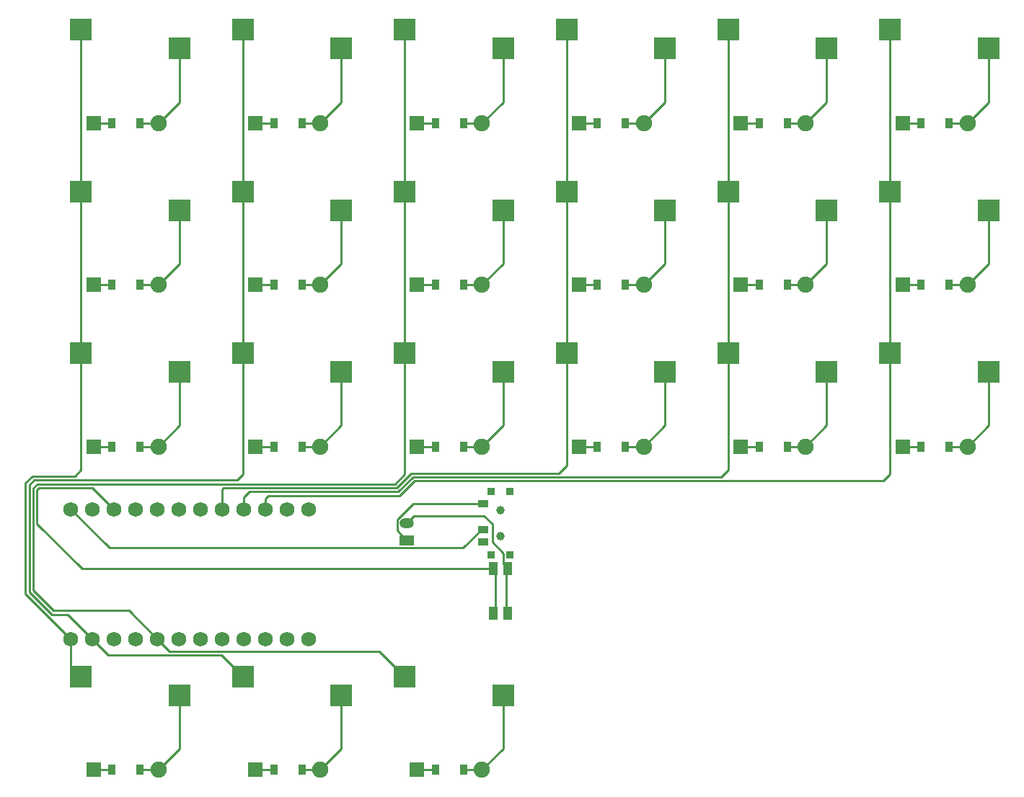
<source format=gbr>
%TF.GenerationSoftware,KiCad,Pcbnew,9.0.4*%
%TF.CreationDate,2025-09-30T09:08:10+02:00*%
%TF.ProjectId,right,72696768-742e-46b6-9963-61645f706362,v1.0.0*%
%TF.SameCoordinates,Original*%
%TF.FileFunction,Copper,L2,Bot*%
%TF.FilePolarity,Positive*%
%FSLAX46Y46*%
G04 Gerber Fmt 4.6, Leading zero omitted, Abs format (unit mm)*
G04 Created by KiCad (PCBNEW 9.0.4) date 2025-09-30 09:08:10*
%MOMM*%
%LPD*%
G01*
G04 APERTURE LIST*
%TA.AperFunction,SMDPad,CuDef*%
%ADD10R,2.600000X2.600000*%
%TD*%
%TA.AperFunction,SMDPad,CuDef*%
%ADD11R,0.900000X1.200000*%
%TD*%
%TA.AperFunction,ComponentPad*%
%ADD12R,1.778000X1.778000*%
%TD*%
%TA.AperFunction,ComponentPad*%
%ADD13C,1.905000*%
%TD*%
%TA.AperFunction,ComponentPad*%
%ADD14C,1.752600*%
%TD*%
%TA.AperFunction,ComponentPad*%
%ADD15R,1.700000X1.200000*%
%TD*%
%TA.AperFunction,ComponentPad*%
%ADD16O,1.700000X1.200000*%
%TD*%
%TA.AperFunction,SMDPad,CuDef*%
%ADD17R,1.000000X1.550000*%
%TD*%
%TA.AperFunction,WasherPad*%
%ADD18C,1.000000*%
%TD*%
%TA.AperFunction,SMDPad,CuDef*%
%ADD19R,1.250000X0.900000*%
%TD*%
%TA.AperFunction,SMDPad,CuDef*%
%ADD20R,0.900000X0.900000*%
%TD*%
%TA.AperFunction,Conductor*%
%ADD21C,0.250000*%
%TD*%
G04 APERTURE END LIST*
D10*
%TO.P,S1,1*%
%TO.N,P006*%
X96725000Y-144050000D03*
%TO.P,S1,2*%
%TO.N,inner_thumb*%
X108275000Y-146250000D03*
%TD*%
%TO.P,S2,1*%
%TO.N,P006*%
X96725000Y-106050000D03*
%TO.P,S2,2*%
%TO.N,inner_bottom*%
X108275000Y-108250000D03*
%TD*%
%TO.P,S3,1*%
%TO.N,P006*%
X96725000Y-87050000D03*
%TO.P,S3,2*%
%TO.N,inner_home*%
X108275000Y-89250000D03*
%TD*%
%TO.P,S4,1*%
%TO.N,P006*%
X96725000Y-68050000D03*
%TO.P,S4,2*%
%TO.N,inner_top*%
X108275000Y-70250000D03*
%TD*%
%TO.P,S5,1*%
%TO.N,P008*%
X115725000Y-144050000D03*
%TO.P,S5,2*%
%TO.N,index_thumb*%
X127275000Y-146250000D03*
%TD*%
%TO.P,S6,1*%
%TO.N,P008*%
X115725000Y-106050000D03*
%TO.P,S6,2*%
%TO.N,index_bottom*%
X127275000Y-108250000D03*
%TD*%
%TO.P,S7,1*%
%TO.N,P008*%
X115725000Y-87050000D03*
%TO.P,S7,2*%
%TO.N,index_home*%
X127275000Y-89250000D03*
%TD*%
%TO.P,S8,1*%
%TO.N,P008*%
X115725000Y-68050000D03*
%TO.P,S8,2*%
%TO.N,index_top*%
X127275000Y-70250000D03*
%TD*%
%TO.P,S9,1*%
%TO.N,P017*%
X134725000Y-144050000D03*
%TO.P,S9,2*%
%TO.N,middle_thumb*%
X146275000Y-146250000D03*
%TD*%
%TO.P,S10,1*%
%TO.N,P017*%
X134725000Y-106050000D03*
%TO.P,S10,2*%
%TO.N,middle_bottom*%
X146275000Y-108250000D03*
%TD*%
%TO.P,S11,1*%
%TO.N,P017*%
X134725000Y-87050000D03*
%TO.P,S11,2*%
%TO.N,middle_home*%
X146275000Y-89250000D03*
%TD*%
%TO.P,S12,1*%
%TO.N,P017*%
X134725000Y-68050000D03*
%TO.P,S12,2*%
%TO.N,middle_top*%
X146275000Y-70250000D03*
%TD*%
%TO.P,S13,1*%
%TO.N,P115*%
X153725000Y-106050000D03*
%TO.P,S13,2*%
%TO.N,ring_bottom*%
X165275000Y-108250000D03*
%TD*%
%TO.P,S14,1*%
%TO.N,P115*%
X153725000Y-87050000D03*
%TO.P,S14,2*%
%TO.N,ring_home*%
X165275000Y-89250000D03*
%TD*%
%TO.P,S15,1*%
%TO.N,P115*%
X153725000Y-68050000D03*
%TO.P,S15,2*%
%TO.N,ring_top*%
X165275000Y-70250000D03*
%TD*%
%TO.P,S16,1*%
%TO.N,P113*%
X172725000Y-106050000D03*
%TO.P,S16,2*%
%TO.N,pinky_bottom*%
X184275000Y-108250000D03*
%TD*%
%TO.P,S17,1*%
%TO.N,P113*%
X172725000Y-87050000D03*
%TO.P,S17,2*%
%TO.N,pinky_home*%
X184275000Y-89250000D03*
%TD*%
%TO.P,S18,1*%
%TO.N,P113*%
X172725000Y-68050000D03*
%TO.P,S18,2*%
%TO.N,pinky_top*%
X184275000Y-70250000D03*
%TD*%
%TO.P,S19,1*%
%TO.N,P111*%
X191725000Y-106050000D03*
%TO.P,S19,2*%
%TO.N,outer_bottom*%
X203275000Y-108250000D03*
%TD*%
%TO.P,S20,1*%
%TO.N,P111*%
X191725000Y-87050000D03*
%TO.P,S20,2*%
%TO.N,outer_home*%
X203275000Y-89250000D03*
%TD*%
%TO.P,S21,1*%
%TO.N,P111*%
X191725000Y-68050000D03*
%TO.P,S21,2*%
%TO.N,outer_top*%
X203275000Y-70250000D03*
%TD*%
D11*
%TO.P,D1,2*%
%TO.N,inner_thumb*%
X103650000Y-155000000D03*
%TO.P,D1,1*%
%TO.N,P106*%
X100350000Y-155000000D03*
D12*
X98190000Y-155000000D03*
D13*
%TO.P,D1,2*%
%TO.N,inner_thumb*%
X105810000Y-155000000D03*
%TD*%
D11*
%TO.P,D2,2*%
%TO.N,inner_bottom*%
X103650000Y-117000000D03*
%TO.P,D2,1*%
%TO.N,P002*%
X100350000Y-117000000D03*
D12*
X98190000Y-117000000D03*
D13*
%TO.P,D2,2*%
%TO.N,inner_bottom*%
X105810000Y-117000000D03*
%TD*%
D11*
%TO.P,D3,2*%
%TO.N,inner_home*%
X103650000Y-98000000D03*
%TO.P,D3,1*%
%TO.N,P029*%
X100350000Y-98000000D03*
D12*
X98190000Y-98000000D03*
D13*
%TO.P,D3,2*%
%TO.N,inner_home*%
X105810000Y-98000000D03*
%TD*%
D11*
%TO.P,D4,2*%
%TO.N,inner_top*%
X103650000Y-79000000D03*
%TO.P,D4,1*%
%TO.N,P031*%
X100350000Y-79000000D03*
D12*
X98190000Y-79000000D03*
D13*
%TO.P,D4,2*%
%TO.N,inner_top*%
X105810000Y-79000000D03*
%TD*%
D11*
%TO.P,D5,2*%
%TO.N,index_thumb*%
X122650000Y-155000000D03*
%TO.P,D5,1*%
%TO.N,P106*%
X119350000Y-155000000D03*
D12*
X117190000Y-155000000D03*
D13*
%TO.P,D5,2*%
%TO.N,index_thumb*%
X124810000Y-155000000D03*
%TD*%
D11*
%TO.P,D6,2*%
%TO.N,index_bottom*%
X122650000Y-117000000D03*
%TO.P,D6,1*%
%TO.N,P002*%
X119350000Y-117000000D03*
D12*
X117190000Y-117000000D03*
D13*
%TO.P,D6,2*%
%TO.N,index_bottom*%
X124810000Y-117000000D03*
%TD*%
D11*
%TO.P,D7,2*%
%TO.N,index_home*%
X122650000Y-98000000D03*
%TO.P,D7,1*%
%TO.N,P029*%
X119350000Y-98000000D03*
D12*
X117190000Y-98000000D03*
D13*
%TO.P,D7,2*%
%TO.N,index_home*%
X124810000Y-98000000D03*
%TD*%
D11*
%TO.P,D8,2*%
%TO.N,index_top*%
X122650000Y-79000000D03*
%TO.P,D8,1*%
%TO.N,P031*%
X119350000Y-79000000D03*
D12*
X117190000Y-79000000D03*
D13*
%TO.P,D8,2*%
%TO.N,index_top*%
X124810000Y-79000000D03*
%TD*%
D11*
%TO.P,D9,2*%
%TO.N,middle_thumb*%
X141650000Y-155000000D03*
%TO.P,D9,1*%
%TO.N,P106*%
X138350000Y-155000000D03*
D12*
X136190000Y-155000000D03*
D13*
%TO.P,D9,2*%
%TO.N,middle_thumb*%
X143810000Y-155000000D03*
%TD*%
D11*
%TO.P,D10,2*%
%TO.N,middle_bottom*%
X141650000Y-117000000D03*
%TO.P,D10,1*%
%TO.N,P002*%
X138350000Y-117000000D03*
D12*
X136190000Y-117000000D03*
D13*
%TO.P,D10,2*%
%TO.N,middle_bottom*%
X143810000Y-117000000D03*
%TD*%
D11*
%TO.P,D11,2*%
%TO.N,middle_home*%
X141650000Y-98000000D03*
%TO.P,D11,1*%
%TO.N,P029*%
X138350000Y-98000000D03*
D12*
X136190000Y-98000000D03*
D13*
%TO.P,D11,2*%
%TO.N,middle_home*%
X143810000Y-98000000D03*
%TD*%
D11*
%TO.P,D12,2*%
%TO.N,middle_top*%
X141650000Y-79000000D03*
%TO.P,D12,1*%
%TO.N,P031*%
X138350000Y-79000000D03*
D12*
X136190000Y-79000000D03*
D13*
%TO.P,D12,2*%
%TO.N,middle_top*%
X143810000Y-79000000D03*
%TD*%
D11*
%TO.P,D13,2*%
%TO.N,ring_bottom*%
X160650000Y-117000000D03*
%TO.P,D13,1*%
%TO.N,P002*%
X157350000Y-117000000D03*
D12*
X155190000Y-117000000D03*
D13*
%TO.P,D13,2*%
%TO.N,ring_bottom*%
X162810000Y-117000000D03*
%TD*%
D11*
%TO.P,D14,2*%
%TO.N,ring_home*%
X160650000Y-98000000D03*
%TO.P,D14,1*%
%TO.N,P029*%
X157350000Y-98000000D03*
D12*
X155190000Y-98000000D03*
D13*
%TO.P,D14,2*%
%TO.N,ring_home*%
X162810000Y-98000000D03*
%TD*%
D11*
%TO.P,D15,2*%
%TO.N,ring_top*%
X160650000Y-79000000D03*
%TO.P,D15,1*%
%TO.N,P031*%
X157350000Y-79000000D03*
D12*
X155190000Y-79000000D03*
D13*
%TO.P,D15,2*%
%TO.N,ring_top*%
X162810000Y-79000000D03*
%TD*%
D11*
%TO.P,D16,2*%
%TO.N,pinky_bottom*%
X179650000Y-117000000D03*
%TO.P,D16,1*%
%TO.N,P002*%
X176350000Y-117000000D03*
D12*
X174190000Y-117000000D03*
D13*
%TO.P,D16,2*%
%TO.N,pinky_bottom*%
X181810000Y-117000000D03*
%TD*%
D11*
%TO.P,D17,2*%
%TO.N,pinky_home*%
X179650000Y-98000000D03*
%TO.P,D17,1*%
%TO.N,P029*%
X176350000Y-98000000D03*
D12*
X174190000Y-98000000D03*
D13*
%TO.P,D17,2*%
%TO.N,pinky_home*%
X181810000Y-98000000D03*
%TD*%
D11*
%TO.P,D18,2*%
%TO.N,pinky_top*%
X179650000Y-79000000D03*
%TO.P,D18,1*%
%TO.N,P031*%
X176350000Y-79000000D03*
D12*
X174190000Y-79000000D03*
D13*
%TO.P,D18,2*%
%TO.N,pinky_top*%
X181810000Y-79000000D03*
%TD*%
D11*
%TO.P,D19,2*%
%TO.N,outer_bottom*%
X198650000Y-117000000D03*
%TO.P,D19,1*%
%TO.N,P002*%
X195350000Y-117000000D03*
D12*
X193190000Y-117000000D03*
D13*
%TO.P,D19,2*%
%TO.N,outer_bottom*%
X200810000Y-117000000D03*
%TD*%
D11*
%TO.P,D20,2*%
%TO.N,outer_home*%
X198650000Y-98000000D03*
%TO.P,D20,1*%
%TO.N,P029*%
X195350000Y-98000000D03*
D12*
X193190000Y-98000000D03*
D13*
%TO.P,D20,2*%
%TO.N,outer_home*%
X200810000Y-98000000D03*
%TD*%
D11*
%TO.P,D21,2*%
%TO.N,outer_top*%
X198650000Y-79000000D03*
%TO.P,D21,1*%
%TO.N,P031*%
X195350000Y-79000000D03*
D12*
X193190000Y-79000000D03*
D13*
%TO.P,D21,2*%
%TO.N,outer_top*%
X200810000Y-79000000D03*
%TD*%
D14*
%TO.P,MCU1,1*%
%TO.N,P006*%
X95530000Y-139620000D03*
%TO.P,MCU1,2*%
%TO.N,P008*%
X98070000Y-139620000D03*
%TO.P,MCU1,3*%
%TO.N,GND*%
X100610000Y-139620000D03*
%TO.P,MCU1,4*%
X103150000Y-139620000D03*
%TO.P,MCU1,5*%
%TO.N,P017*%
X105690000Y-139620000D03*
%TO.P,MCU1,6*%
%TO.N,P020*%
X108230000Y-139620000D03*
%TO.P,MCU1,7*%
%TO.N,P022*%
X110770000Y-139620000D03*
%TO.P,MCU1,8*%
%TO.N,P024*%
X113310000Y-139620000D03*
%TO.P,MCU1,9*%
%TO.N,P100*%
X115850000Y-139620000D03*
%TO.P,MCU1,10*%
%TO.N,P011*%
X118390000Y-139620000D03*
%TO.P,MCU1,11*%
%TO.N,P104*%
X120930000Y-139620000D03*
%TO.P,MCU1,12*%
%TO.N,P106*%
X123470000Y-139620000D03*
%TO.P,MCU1,13*%
%TO.N,P009*%
X123470000Y-124380000D03*
%TO.P,MCU1,14*%
%TO.N,P010*%
X120930000Y-124380000D03*
%TO.P,MCU1,15*%
%TO.N,P111*%
X118390000Y-124380000D03*
%TO.P,MCU1,16*%
%TO.N,P113*%
X115850000Y-124380000D03*
%TO.P,MCU1,17*%
%TO.N,P115*%
X113310000Y-124380000D03*
%TO.P,MCU1,18*%
%TO.N,P002*%
X110770000Y-124380000D03*
%TO.P,MCU1,19*%
%TO.N,P029*%
X108230000Y-124380000D03*
%TO.P,MCU1,20*%
%TO.N,P031*%
X105690000Y-124380000D03*
%TO.P,MCU1,21*%
%TO.N,VCC*%
X103150000Y-124380000D03*
%TO.P,MCU1,22*%
%TO.N,RST*%
X100610000Y-124380000D03*
%TO.P,MCU1,23*%
%TO.N,GND*%
X98070000Y-124380000D03*
%TO.P,MCU1,24*%
%TO.N,RAW*%
X95530000Y-124380000D03*
%TD*%
D15*
%TO.P,JST1,1*%
%TO.N,pos*%
X135000000Y-128000000D03*
D16*
%TO.P,JST1,2*%
%TO.N,GND*%
X135000000Y-126000000D03*
%TD*%
D17*
%TO.P,B1,1*%
%TO.N,GND*%
X146850000Y-131375000D03*
X146850000Y-136625000D03*
%TO.P,B1,2*%
%TO.N,RST*%
X145150000Y-131375000D03*
X145150000Y-136625000D03*
%TD*%
D18*
%TO.P,T1,*%
%TO.N,*%
X146000000Y-127500000D03*
X146000000Y-124500000D03*
D19*
%TO.P,T1,1*%
%TO.N,pos*%
X143925000Y-123750000D03*
%TO.P,T1,2*%
%TO.N,RAW*%
X143925000Y-126750000D03*
%TO.P,T1,3*%
%TO.N,N/C*%
X143925000Y-128250000D03*
D20*
%TO.P,T1,*%
%TO.N,*%
X147100000Y-129700000D03*
X144900000Y-129700000D03*
X144900000Y-122300000D03*
X147100000Y-122300000D03*
%TD*%
D21*
%TO.N,P002*%
X98190000Y-117000000D02*
X100350000Y-117000000D01*
%TO.N,P029*%
X98190000Y-98000000D02*
X100350000Y-98000000D01*
%TO.N,P031*%
X98190000Y-79000000D02*
X100350000Y-79000000D01*
X117190000Y-79000000D02*
X119350000Y-79000000D01*
%TO.N,P029*%
X117190000Y-98000000D02*
X119350000Y-98000000D01*
%TO.N,P002*%
X117190000Y-117000000D02*
X119350000Y-117000000D01*
X136190000Y-117000000D02*
X138350000Y-117000000D01*
%TO.N,P029*%
X136190000Y-98000000D02*
X138350000Y-98000000D01*
%TO.N,P031*%
X136190000Y-79000000D02*
X138350000Y-79000000D01*
X155190000Y-79000000D02*
X157350000Y-79000000D01*
%TO.N,P029*%
X155190000Y-98000000D02*
X157350000Y-98000000D01*
%TO.N,P002*%
X155190000Y-117000000D02*
X157350000Y-117000000D01*
X174190000Y-117000000D02*
X176350000Y-117000000D01*
%TO.N,P029*%
X176350000Y-98000000D02*
X174190000Y-98000000D01*
%TO.N,P031*%
X176350000Y-79000000D02*
X174190000Y-79000000D01*
X195350000Y-79000000D02*
X193190000Y-79000000D01*
%TO.N,P029*%
X195350000Y-98000000D02*
X193190000Y-98000000D01*
%TO.N,P002*%
X195350000Y-117000000D02*
X193190000Y-117000000D01*
%TO.N,P106*%
X138350000Y-155000000D02*
X136190000Y-155000000D01*
X119350000Y-155000000D02*
X117190000Y-155000000D01*
X100350000Y-155000000D02*
X98190000Y-155000000D01*
%TO.N,pinky_bottom*%
X181810000Y-117000000D02*
X179650000Y-117000000D01*
X184275000Y-108250000D02*
X184275000Y-114535000D01*
X184275000Y-114535000D02*
X181810000Y-117000000D01*
%TO.N,outer_bottom*%
X200810000Y-117000000D02*
X198650000Y-117000000D01*
X203275000Y-108250000D02*
X203275000Y-114535000D01*
X203275000Y-114535000D02*
X200810000Y-117000000D01*
%TO.N,outer_home*%
X200810000Y-98000000D02*
X198650000Y-98000000D01*
%TO.N,outer_top*%
X200810000Y-79000000D02*
X198650000Y-79000000D01*
X203275000Y-70250000D02*
X203275000Y-76535000D01*
X203275000Y-76535000D02*
X200810000Y-79000000D01*
%TO.N,outer_home*%
X203275000Y-89250000D02*
X203275000Y-95535000D01*
X203275000Y-95535000D02*
X200810000Y-98000000D01*
%TO.N,P111*%
X191725000Y-87050000D02*
X191725000Y-106050000D01*
X191725000Y-68050000D02*
X191725000Y-87050000D01*
%TO.N,pinky_top*%
X181810000Y-79000000D02*
X179650000Y-79000000D01*
X184275000Y-70250000D02*
X184275000Y-76535000D01*
X184275000Y-76535000D02*
X181810000Y-79000000D01*
%TO.N,pinky_home*%
X181810000Y-98000000D02*
X179650000Y-98000000D01*
X184275000Y-89250000D02*
X184275000Y-95535000D01*
X184275000Y-95535000D02*
X181810000Y-98000000D01*
%TO.N,P113*%
X172725000Y-87050000D02*
X172725000Y-106050000D01*
X172725000Y-68050000D02*
X172725000Y-87050000D01*
%TO.N,ring_bottom*%
X162810000Y-117000000D02*
X160650000Y-117000000D01*
X165275000Y-108250000D02*
X165275000Y-114535000D01*
X165275000Y-114535000D02*
X162810000Y-117000000D01*
%TO.N,ring_home*%
X162810000Y-98000000D02*
X160650000Y-98000000D01*
%TO.N,ring_top*%
X162810000Y-79000000D02*
X160650000Y-79000000D01*
X165275000Y-70250000D02*
X165275000Y-76535000D01*
X165275000Y-76535000D02*
X162810000Y-79000000D01*
%TO.N,ring_home*%
X165275000Y-89250000D02*
X165275000Y-95535000D01*
X165275000Y-95535000D02*
X162810000Y-98000000D01*
%TO.N,P115*%
X153725000Y-87050000D02*
X153725000Y-106050000D01*
X153725000Y-68050000D02*
X153725000Y-87050000D01*
%TO.N,middle_bottom*%
X143810000Y-117000000D02*
X141650000Y-117000000D01*
X146275000Y-108250000D02*
X146275000Y-114535000D01*
X146275000Y-114535000D02*
X143810000Y-117000000D01*
%TO.N,middle_home*%
X143810000Y-98000000D02*
X141650000Y-98000000D01*
X146275000Y-89250000D02*
X146275000Y-95535000D01*
X146275000Y-95535000D02*
X143810000Y-98000000D01*
%TO.N,middle_top*%
X143810000Y-79000000D02*
X141650000Y-79000000D01*
X146275000Y-70250000D02*
X146275000Y-76535000D01*
X146275000Y-76535000D02*
X143810000Y-79000000D01*
%TO.N,P017*%
X134725000Y-68050000D02*
X134725000Y-87050000D01*
X134725000Y-87050000D02*
X134725000Y-106050000D01*
%TO.N,index_bottom*%
X124810000Y-117000000D02*
X122650000Y-117000000D01*
X127275000Y-108250000D02*
X127275000Y-114535000D01*
X127275000Y-114535000D02*
X124810000Y-117000000D01*
%TO.N,index_home*%
X127275000Y-89250000D02*
X127275000Y-95535000D01*
X127275000Y-95535000D02*
X124810000Y-98000000D01*
%TO.N,index_top*%
X124810000Y-79000000D02*
X122650000Y-79000000D01*
X127275000Y-70250000D02*
X127275000Y-76535000D01*
X127275000Y-76535000D02*
X124810000Y-79000000D01*
%TO.N,P008*%
X115725000Y-68050000D02*
X115725000Y-87050000D01*
X115725000Y-87050000D02*
X115725000Y-106050000D01*
%TO.N,inner_bottom*%
X105810000Y-117000000D02*
X103650000Y-117000000D01*
X108275000Y-108250000D02*
X108275000Y-114535000D01*
X108275000Y-114535000D02*
X105810000Y-117000000D01*
%TO.N,inner_home*%
X105810000Y-98000000D02*
X103650000Y-98000000D01*
X108275000Y-89250000D02*
X108275000Y-95535000D01*
X108275000Y-95535000D02*
X105810000Y-98000000D01*
%TO.N,inner_top*%
X105810000Y-79000000D02*
X103650000Y-79000000D01*
X108275000Y-70250000D02*
X108275000Y-76535000D01*
X108275000Y-76535000D02*
X105810000Y-79000000D01*
%TO.N,P006*%
X96725000Y-87050000D02*
X96725000Y-68050000D01*
X96725000Y-106050000D02*
X96725000Y-87050000D01*
%TO.N,inner_thumb*%
X105810000Y-155000000D02*
X103650000Y-155000000D01*
X108275000Y-146250000D02*
X108275000Y-152535000D01*
X108275000Y-152535000D02*
X105810000Y-155000000D01*
%TO.N,middle_thumb*%
X143810000Y-155000000D02*
X141650000Y-155000000D01*
X146275000Y-146250000D02*
X146275000Y-152535000D01*
X146275000Y-152535000D02*
X143810000Y-155000000D01*
%TO.N,index_thumb*%
X124810000Y-155000000D02*
X122650000Y-155000000D01*
X127275000Y-146250000D02*
X127275000Y-152535000D01*
X127275000Y-152535000D02*
X124810000Y-155000000D01*
%TO.N,RST*%
X145150000Y-131375000D02*
X96875000Y-131375000D01*
X96875000Y-131375000D02*
X91554000Y-126054000D01*
X91554000Y-126054000D02*
X91554000Y-122083810D01*
X91554000Y-122083810D02*
X91784810Y-121853000D01*
X91784810Y-121853000D02*
X98083000Y-121853000D01*
X98083000Y-121853000D02*
X100610000Y-124380000D01*
%TO.N,RAW*%
X143925000Y-126750000D02*
X143750000Y-126750000D01*
X143750000Y-126750000D02*
X141574000Y-128926000D01*
X100076000Y-128926000D02*
X95530000Y-124380000D01*
X141574000Y-128926000D02*
X100076000Y-128926000D01*
%TO.N,pos*%
X135000000Y-128000000D02*
X133824000Y-126824000D01*
X133824000Y-126824000D02*
X133824000Y-125616438D01*
X133824000Y-125616438D02*
X135690438Y-123750000D01*
X135690438Y-123750000D02*
X143925000Y-123750000D01*
%TO.N,RST*%
X145150000Y-131375000D02*
X145376000Y-131601000D01*
X145376000Y-131601000D02*
X145376000Y-136399000D01*
X145376000Y-136399000D02*
X145150000Y-136625000D01*
%TO.N,GND*%
X146850000Y-131375000D02*
X146624000Y-131601000D01*
X146624000Y-131601000D02*
X146624000Y-136399000D01*
X146624000Y-136399000D02*
X146850000Y-136625000D01*
X135000000Y-126000000D02*
X135850000Y-125150000D01*
X146324000Y-129572000D02*
X146324000Y-130849000D01*
X135850000Y-125150000D02*
X144052000Y-125150000D01*
X144052000Y-125150000D02*
X145000000Y-126098000D01*
X145000000Y-126098000D02*
X145000000Y-128248000D01*
X145000000Y-128248000D02*
X146324000Y-129572000D01*
X146324000Y-130849000D02*
X146850000Y-131375000D01*
%TO.N,P111*%
X191725000Y-106050000D02*
X191725000Y-120275000D01*
X191725000Y-120275000D02*
X190960190Y-121039810D01*
X118390000Y-124380000D02*
X118390000Y-123110000D01*
X118390000Y-123110000D02*
X118745000Y-122755000D01*
X118745000Y-122755000D02*
X134158430Y-122755000D01*
X134158430Y-122755000D02*
X135873620Y-121039810D01*
X135873620Y-121039810D02*
X190960190Y-121039810D01*
%TO.N,P113*%
X115850000Y-122954000D02*
X116500000Y-122304000D01*
X115850000Y-124380000D02*
X115850000Y-122954000D01*
X133971620Y-122304000D02*
X135686810Y-120588810D01*
X116500000Y-122304000D02*
X133971620Y-122304000D01*
X135686810Y-120588810D02*
X171911190Y-120588810D01*
X171911190Y-120588810D02*
X172725000Y-119775000D01*
%TO.N,P115*%
X113310000Y-122043000D02*
X113500000Y-121853000D01*
X113500000Y-121853000D02*
X133784810Y-121853000D01*
X113310000Y-124380000D02*
X113310000Y-122043000D01*
X133784810Y-121853000D02*
X135500000Y-120137810D01*
X135500000Y-120137810D02*
X152862190Y-120137810D01*
X152862190Y-120137810D02*
X153725000Y-119275000D01*
X153725000Y-119275000D02*
X153725000Y-106050000D01*
%TO.N,P017*%
X105690000Y-139620000D02*
X102345095Y-136275095D01*
X91103000Y-133917380D02*
X91103000Y-121897000D01*
X93460715Y-136275095D02*
X91103000Y-133917380D01*
X91103000Y-121897000D02*
X91598000Y-121402000D01*
X102345095Y-136275095D02*
X93460715Y-136275095D01*
X134725000Y-120275000D02*
X134725000Y-106050000D01*
X91598000Y-121402000D02*
X133598000Y-121402000D01*
X133598000Y-121402000D02*
X134725000Y-120275000D01*
%TO.N,P008*%
X98070000Y-139620000D02*
X95176095Y-136726095D01*
X115049000Y-120951000D02*
X115725000Y-120275000D01*
X95176095Y-136726095D02*
X93273905Y-136726095D01*
X93273905Y-136726095D02*
X90652000Y-134104190D01*
X90652000Y-134104190D02*
X90652000Y-121485810D01*
X90652000Y-121485810D02*
X91186810Y-120951000D01*
X91186810Y-120951000D02*
X115049000Y-120951000D01*
X115725000Y-120275000D02*
X115725000Y-106050000D01*
%TO.N,P006*%
X96725000Y-119775000D02*
X96000000Y-120500000D01*
X96000000Y-120500000D02*
X91000000Y-120500000D01*
X90201000Y-134291000D02*
X95530000Y-139620000D01*
X91000000Y-120500000D02*
X90201000Y-121299000D01*
X90201000Y-121299000D02*
X90201000Y-134291000D01*
X96725000Y-106050000D02*
X96725000Y-119775000D01*
%TO.N,P113*%
X172725000Y-106050000D02*
X172725000Y-119775000D01*
%TO.N,P115*%
X153725000Y-106050000D02*
X153000000Y-106775000D01*
%TO.N,P017*%
X105690000Y-139620000D02*
X107119000Y-141049000D01*
X107119000Y-141049000D02*
X131724000Y-141049000D01*
X131724000Y-141049000D02*
X134725000Y-144050000D01*
%TO.N,P008*%
X98070000Y-139620000D02*
X99950000Y-141500000D01*
X99950000Y-141500000D02*
X113175000Y-141500000D01*
X113175000Y-141500000D02*
X115725000Y-144050000D01*
%TO.N,P006*%
X95530000Y-139620000D02*
X95530000Y-142855000D01*
X95530000Y-142855000D02*
X96725000Y-144050000D01*
%TO.N,index_home*%
X124810000Y-98000000D02*
X122650000Y-98000000D01*
%TD*%
M02*

</source>
